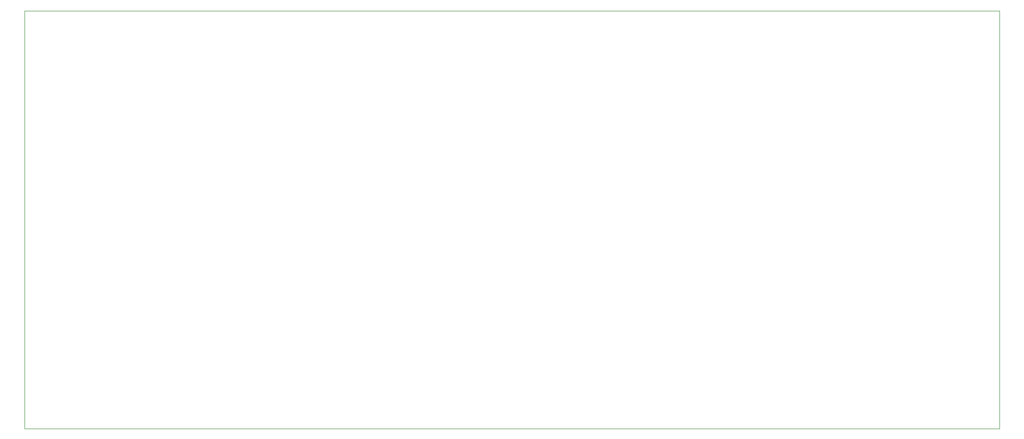
<source format=gbr>
%TF.GenerationSoftware,KiCad,Pcbnew,9.0.7*%
%TF.CreationDate,2026-01-25T12:08:44-05:00*%
%TF.ProjectId,MonitoringPSU,4d6f6e69-746f-4726-996e-675053552e6b,1.0*%
%TF.SameCoordinates,Original*%
%TF.FileFunction,Profile,NP*%
%FSLAX46Y46*%
G04 Gerber Fmt 4.6, Leading zero omitted, Abs format (unit mm)*
G04 Created by KiCad (PCBNEW 9.0.7) date 2026-01-25 12:08:44*
%MOMM*%
%LPD*%
G01*
G04 APERTURE LIST*
%TA.AperFunction,Profile*%
%ADD10C,0.050000*%
%TD*%
G04 APERTURE END LIST*
D10*
X49130000Y-49370000D02*
X224130000Y-49370000D01*
X224130000Y-124370000D01*
X49130000Y-124370000D01*
X49130000Y-49370000D01*
M02*

</source>
